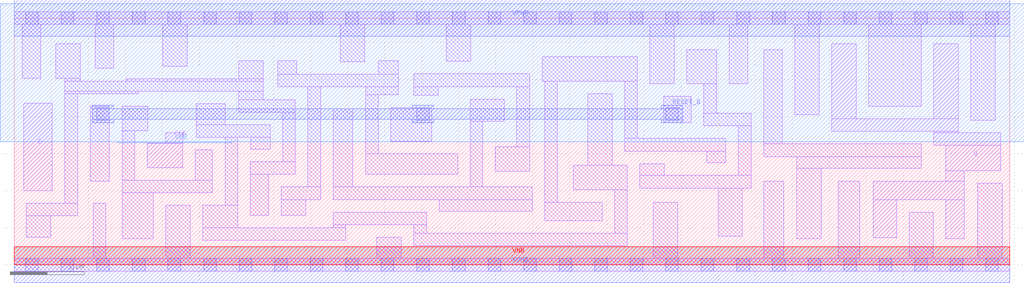
<source format=lef>
# Copyright 2020 The SkyWater PDK Authors
#
# Licensed under the Apache License, Version 2.0 (the "License");
# you may not use this file except in compliance with the License.
# You may obtain a copy of the License at
#
#     https://www.apache.org/licenses/LICENSE-2.0
#
# Unless required by applicable law or agreed to in writing, software
# distributed under the License is distributed on an "AS IS" BASIS,
# WITHOUT WARRANTIES OR CONDITIONS OF ANY KIND, either express or implied.
# See the License for the specific language governing permissions and
# limitations under the License.
#
# SPDX-License-Identifier: Apache-2.0

VERSION 5.7 ;
  NOWIREEXTENSIONATPIN ON ;
  DIVIDERCHAR "/" ;
  BUSBITCHARS "[]" ;
MACRO sky130_fd_sc_hs__dfrtp_4
  CLASS CORE ;
  FOREIGN sky130_fd_sc_hs__dfrtp_4 ;
  ORIGIN  0.000000  0.000000 ;
  SIZE  13.44000 BY  3.330000 ;
  SYMMETRY X Y R90 ;
  SITE unit ;
  PIN D
    ANTENNAGATEAREA  0.126000 ;
    DIRECTION INPUT ;
    USE SIGNAL ;
    PORT
      LAYER li1 ;
        RECT 0.125000 1.000000 0.515000 2.180000 ;
    END
  END D
  PIN Q
    ANTENNADIFFAREA  1.207100 ;
    DIRECTION OUTPUT ;
    USE SIGNAL ;
    PORT
      LAYER li1 ;
        RECT 11.035000 1.800000 12.740000 1.970000 ;
        RECT 11.035000 1.970000 11.365000 2.980000 ;
        RECT 11.595000 0.365000 11.910000 0.880000 ;
        RECT 11.595000 0.880000 12.825000 1.130000 ;
        RECT 12.410000 1.610000 13.315000 1.780000 ;
        RECT 12.410000 1.780000 12.740000 1.800000 ;
        RECT 12.410000 1.970000 12.740000 2.980000 ;
        RECT 12.575000 0.350000 12.825000 0.880000 ;
        RECT 12.575000 1.130000 12.825000 1.270000 ;
        RECT 12.575000 1.270000 13.315000 1.610000 ;
    END
  END Q
  PIN RESET_B
    ANTENNAGATEAREA  0.378000 ;
    DIRECTION INPUT ;
    USE SIGNAL ;
    PORT
      LAYER met1 ;
        RECT 1.055000 1.920000 1.345000 1.965000 ;
        RECT 1.055000 1.965000 9.025000 2.105000 ;
        RECT 1.055000 2.105000 1.345000 2.150000 ;
        RECT 5.375000 1.920000 5.665000 1.965000 ;
        RECT 5.375000 2.105000 5.665000 2.150000 ;
        RECT 8.735000 1.920000 9.025000 1.965000 ;
        RECT 8.735000 2.105000 9.025000 2.150000 ;
    END
  END RESET_B
  PIN CLK
    ANTENNAGATEAREA  0.279000 ;
    DIRECTION INPUT ;
    USE CLOCK ;
    PORT
      LAYER li1 ;
        RECT 1.795000 1.310000 2.275000 1.640000 ;
        RECT 2.045000 1.640000 2.275000 1.780000 ;
    END
  END CLK
  PIN VGND
    DIRECTION INOUT ;
    USE GROUND ;
    PORT
      LAYER met1 ;
        RECT 0.000000 -0.245000 13.440000 0.245000 ;
    END
  END VGND
  PIN VNB
    DIRECTION INOUT ;
    USE GROUND ;
    PORT
      LAYER pwell ;
        RECT 0.000000 0.000000 13.440000 0.245000 ;
    END
  END VNB
  PIN VPB
    DIRECTION INOUT ;
    USE POWER ;
    PORT
      LAYER nwell ;
        RECT -0.190000 1.660000 13.630000 3.520000 ;
        RECT  1.400000 1.650000  2.935000 1.660000 ;
    END
  END VPB
  PIN VPWR
    DIRECTION INOUT ;
    USE POWER ;
    PORT
      LAYER met1 ;
        RECT 0.000000 3.085000 13.440000 3.575000 ;
    END
  END VPWR
  OBS
    LAYER li1 ;
      RECT  0.000000 -0.085000 13.440000 0.085000 ;
      RECT  0.000000  3.245000 13.440000 3.415000 ;
      RECT  0.110000  2.520000  0.360000 3.245000 ;
      RECT  0.165000  0.370000  0.495000 0.660000 ;
      RECT  0.165000  0.660000  0.855000 0.830000 ;
      RECT  0.560000  2.520000  0.890000 2.980000 ;
      RECT  0.685000  0.830000  0.855000 2.310000 ;
      RECT  0.685000  2.310000  1.680000 2.340000 ;
      RECT  0.685000  2.340000  3.360000 2.480000 ;
      RECT  0.685000  2.480000  0.890000 2.520000 ;
      RECT  1.025000  1.130000  1.285000 2.140000 ;
      RECT  1.065000  0.085000  1.235000 0.830000 ;
      RECT  1.090000  2.650000  1.340000 3.245000 ;
      RECT  1.455000  0.350000  1.875000 0.970000 ;
      RECT  1.455000  0.970000  2.675000 1.140000 ;
      RECT  1.455000  1.140000  1.625000 1.810000 ;
      RECT  1.455000  1.810000  1.805000 2.140000 ;
      RECT  1.510000  2.480000  3.360000 2.510000 ;
      RECT  2.005000  2.680000  2.335000 3.245000 ;
      RECT  2.045000  0.085000  2.375000 0.800000 ;
      RECT  2.445000  1.140000  2.675000 1.550000 ;
      RECT  2.455000  1.720000  3.455000 1.890000 ;
      RECT  2.455000  1.890000  2.845000 2.170000 ;
      RECT  2.545000  0.330000  4.475000 0.500000 ;
      RECT  2.545000  0.500000  3.015000 0.800000 ;
      RECT  2.845000  0.800000  3.015000 1.720000 ;
      RECT  3.030000  2.060000  3.795000 2.230000 ;
      RECT  3.030000  2.230000  3.360000 2.340000 ;
      RECT  3.030000  2.510000  3.360000 2.755000 ;
      RECT  3.185000  0.670000  3.435000 1.220000 ;
      RECT  3.185000  1.220000  3.795000 1.390000 ;
      RECT  3.190000  1.560000  3.455000 1.720000 ;
      RECT  3.560000  2.400000  5.180000 2.570000 ;
      RECT  3.560000  2.570000  3.810000 2.755000 ;
      RECT  3.605000  0.670000  3.935000 0.880000 ;
      RECT  3.605000  0.880000  4.135000 1.050000 ;
      RECT  3.625000  1.390000  3.795000 2.060000 ;
      RECT  3.965000  1.050000  4.135000 2.400000 ;
      RECT  4.305000  0.500000  4.475000 0.540000 ;
      RECT  4.305000  0.540000  5.565000 0.710000 ;
      RECT  4.305000  0.880000  6.990000 1.050000 ;
      RECT  4.305000  1.050000  4.570000 2.105000 ;
      RECT  4.400000  2.740000  4.730000 3.245000 ;
      RECT  4.745000  1.220000  5.985000 1.500000 ;
      RECT  4.745000  1.500000  4.915000 2.295000 ;
      RECT  4.745000  2.295000  5.180000 2.400000 ;
      RECT  4.895000  0.085000  5.225000 0.370000 ;
      RECT  4.915000  2.570000  5.180000 2.755000 ;
      RECT  5.085000  1.670000  5.635000 2.120000 ;
      RECT  5.395000  0.255000  8.275000 0.425000 ;
      RECT  5.395000  0.425000  5.565000 0.540000 ;
      RECT  5.395000  2.290000  5.725000 2.405000 ;
      RECT  5.395000  2.405000  6.955000 2.575000 ;
      RECT  5.735000  0.720000  6.990000 0.880000 ;
      RECT  5.830000  2.745000  6.165000 3.245000 ;
      RECT  6.155000  1.050000  6.325000 1.940000 ;
      RECT  6.155000  1.940000  6.615000 2.235000 ;
      RECT  6.495000  1.260000  6.955000 1.590000 ;
      RECT  6.785000  1.590000  6.955000 2.405000 ;
      RECT  7.125000  2.475000  8.410000 2.805000 ;
      RECT  7.160000  0.595000  7.935000 0.845000 ;
      RECT  7.160000  0.845000  7.330000 2.475000 ;
      RECT  7.545000  1.015000  8.275000 1.345000 ;
      RECT  7.740000  1.345000  8.070000 2.305000 ;
      RECT  8.105000  0.425000  8.275000 1.015000 ;
      RECT  8.240000  1.535000  9.605000 1.705000 ;
      RECT  8.240000  1.705000  8.410000 2.475000 ;
      RECT  8.445000  1.035000  9.945000 1.205000 ;
      RECT  8.445000  1.205000  8.775000 1.365000 ;
      RECT  8.580000  2.445000  8.910000 3.245000 ;
      RECT  8.625000  0.085000  8.955000 0.845000 ;
      RECT  8.765000  1.920000  9.140000 2.275000 ;
      RECT  9.080000  2.445000  9.480000 2.905000 ;
      RECT  9.310000  1.875000  9.945000 2.045000 ;
      RECT  9.310000  2.045000  9.480000 2.445000 ;
      RECT  9.345000  1.375000  9.605000 1.535000 ;
      RECT  9.500000  0.385000  9.830000 1.035000 ;
      RECT  9.650000  2.445000  9.900000 3.245000 ;
      RECT  9.775000  1.205000  9.945000 1.875000 ;
      RECT 10.115000  0.085000 10.390000 1.130000 ;
      RECT 10.115000  1.460000 12.240000 1.630000 ;
      RECT 10.115000  1.630000 10.365000 2.905000 ;
      RECT 10.535000  2.025000 10.865000 3.245000 ;
      RECT 10.560000  0.350000 10.890000 1.300000 ;
      RECT 10.560000  1.300000 12.240000 1.460000 ;
      RECT 11.120000  0.085000 11.410000 1.130000 ;
      RECT 11.535000  2.140000 12.240000 3.245000 ;
      RECT 12.080000  0.085000 12.405000 0.710000 ;
      RECT 12.910000  1.950000 13.240000 3.245000 ;
      RECT 13.005000  0.085000 13.335000 1.100000 ;
    LAYER mcon ;
      RECT  0.155000 -0.085000  0.325000 0.085000 ;
      RECT  0.155000  3.245000  0.325000 3.415000 ;
      RECT  0.635000 -0.085000  0.805000 0.085000 ;
      RECT  0.635000  3.245000  0.805000 3.415000 ;
      RECT  1.115000 -0.085000  1.285000 0.085000 ;
      RECT  1.115000  1.950000  1.285000 2.120000 ;
      RECT  1.115000  3.245000  1.285000 3.415000 ;
      RECT  1.595000 -0.085000  1.765000 0.085000 ;
      RECT  1.595000  3.245000  1.765000 3.415000 ;
      RECT  2.075000 -0.085000  2.245000 0.085000 ;
      RECT  2.075000  3.245000  2.245000 3.415000 ;
      RECT  2.555000 -0.085000  2.725000 0.085000 ;
      RECT  2.555000  3.245000  2.725000 3.415000 ;
      RECT  3.035000 -0.085000  3.205000 0.085000 ;
      RECT  3.035000  3.245000  3.205000 3.415000 ;
      RECT  3.515000 -0.085000  3.685000 0.085000 ;
      RECT  3.515000  3.245000  3.685000 3.415000 ;
      RECT  3.995000 -0.085000  4.165000 0.085000 ;
      RECT  3.995000  3.245000  4.165000 3.415000 ;
      RECT  4.475000 -0.085000  4.645000 0.085000 ;
      RECT  4.475000  3.245000  4.645000 3.415000 ;
      RECT  4.955000 -0.085000  5.125000 0.085000 ;
      RECT  4.955000  3.245000  5.125000 3.415000 ;
      RECT  5.435000 -0.085000  5.605000 0.085000 ;
      RECT  5.435000  1.950000  5.605000 2.120000 ;
      RECT  5.435000  3.245000  5.605000 3.415000 ;
      RECT  5.915000 -0.085000  6.085000 0.085000 ;
      RECT  5.915000  3.245000  6.085000 3.415000 ;
      RECT  6.395000 -0.085000  6.565000 0.085000 ;
      RECT  6.395000  3.245000  6.565000 3.415000 ;
      RECT  6.875000 -0.085000  7.045000 0.085000 ;
      RECT  6.875000  3.245000  7.045000 3.415000 ;
      RECT  7.355000 -0.085000  7.525000 0.085000 ;
      RECT  7.355000  3.245000  7.525000 3.415000 ;
      RECT  7.835000 -0.085000  8.005000 0.085000 ;
      RECT  7.835000  3.245000  8.005000 3.415000 ;
      RECT  8.315000 -0.085000  8.485000 0.085000 ;
      RECT  8.315000  3.245000  8.485000 3.415000 ;
      RECT  8.795000 -0.085000  8.965000 0.085000 ;
      RECT  8.795000  1.950000  8.965000 2.120000 ;
      RECT  8.795000  3.245000  8.965000 3.415000 ;
      RECT  9.275000 -0.085000  9.445000 0.085000 ;
      RECT  9.275000  3.245000  9.445000 3.415000 ;
      RECT  9.755000 -0.085000  9.925000 0.085000 ;
      RECT  9.755000  3.245000  9.925000 3.415000 ;
      RECT 10.235000 -0.085000 10.405000 0.085000 ;
      RECT 10.235000  3.245000 10.405000 3.415000 ;
      RECT 10.715000 -0.085000 10.885000 0.085000 ;
      RECT 10.715000  3.245000 10.885000 3.415000 ;
      RECT 11.195000 -0.085000 11.365000 0.085000 ;
      RECT 11.195000  3.245000 11.365000 3.415000 ;
      RECT 11.675000 -0.085000 11.845000 0.085000 ;
      RECT 11.675000  3.245000 11.845000 3.415000 ;
      RECT 12.155000 -0.085000 12.325000 0.085000 ;
      RECT 12.155000  3.245000 12.325000 3.415000 ;
      RECT 12.635000 -0.085000 12.805000 0.085000 ;
      RECT 12.635000  3.245000 12.805000 3.415000 ;
      RECT 13.115000 -0.085000 13.285000 0.085000 ;
      RECT 13.115000  3.245000 13.285000 3.415000 ;
  END
END sky130_fd_sc_hs__dfrtp_4
END LIBRARY

</source>
